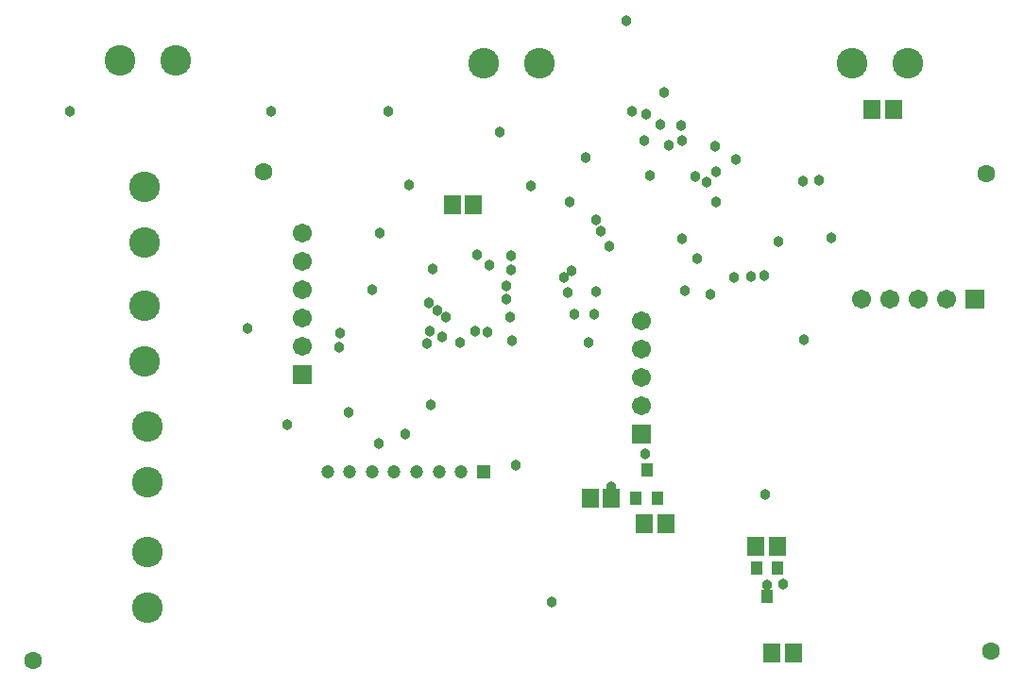
<source format=gbs>
%FSLAX25Y25*%
%MOIN*%
G70*
G01*
G75*
G04 Layer_Color=16711935*
%ADD10R,0.05906X0.03937*%
%ADD11R,0.03937X0.05906*%
%ADD12R,0.01181X0.06890*%
%ADD13R,0.06890X0.01181*%
%ADD14R,0.03937X0.05906*%
%ADD15R,0.05906X0.05118*%
%ADD16R,0.05118X0.05906*%
%ADD17R,0.02362X0.05709*%
%ADD18C,0.00700*%
%ADD19C,0.03000*%
%ADD20C,0.02000*%
%ADD21C,0.01000*%
%ADD22C,0.05512*%
%ADD23C,0.10000*%
%ADD24R,0.03937X0.03937*%
%ADD25C,0.03937*%
%ADD26C,0.05906*%
%ADD27R,0.05906X0.05906*%
%ADD28R,0.05906X0.05906*%
%ADD29C,0.03000*%
%ADD30R,0.03543X0.03740*%
%ADD31R,0.03543X0.03740*%
%ADD32C,0.02362*%
%ADD33C,0.00984*%
%ADD34C,0.00787*%
%ADD35C,0.00500*%
%ADD36R,0.06706X0.04737*%
%ADD37R,0.04737X0.06706*%
%ADD38R,0.01981X0.07690*%
%ADD39R,0.07690X0.01981*%
%ADD40R,0.04737X0.06706*%
%ADD41R,0.06706X0.05918*%
%ADD42R,0.05918X0.06706*%
%ADD43R,0.03162X0.06509*%
%ADD44C,0.06312*%
%ADD45C,0.10800*%
%ADD46R,0.04737X0.04737*%
%ADD47C,0.04737*%
%ADD48C,0.06706*%
%ADD49R,0.06706X0.06706*%
%ADD50R,0.06706X0.06706*%
%ADD51C,0.03800*%
%ADD52R,0.04343X0.04540*%
%ADD53R,0.04343X0.04540*%
D42*
X207332Y67663D02*
D03*
X214813D02*
D03*
X226602Y58449D02*
D03*
X234082D02*
D03*
X271618Y12766D02*
D03*
X279098D02*
D03*
X273389Y50640D02*
D03*
X265909D02*
D03*
X314369Y204999D02*
D03*
X306889D02*
D03*
X158668Y171274D02*
D03*
X166148D02*
D03*
D44*
X92018Y182923D02*
D03*
X10917Y10161D02*
D03*
X348838Y13540D02*
D03*
X347149Y182079D02*
D03*
D45*
X50104Y157949D02*
D03*
Y177635D02*
D03*
Y116017D02*
D03*
Y135702D02*
D03*
X51304Y93013D02*
D03*
Y73328D02*
D03*
Y48643D02*
D03*
Y28958D02*
D03*
X41326Y222269D02*
D03*
X61011D02*
D03*
X189531Y221069D02*
D03*
X169846D02*
D03*
X319598D02*
D03*
X299913D02*
D03*
D46*
X169804Y77061D02*
D03*
D47*
X161930D02*
D03*
X154056D02*
D03*
X146182D02*
D03*
X138308D02*
D03*
X130434D02*
D03*
X122560D02*
D03*
X114686D02*
D03*
D48*
X105744Y161115D02*
D03*
Y151114D02*
D03*
Y141114D02*
D03*
Y131114D02*
D03*
Y121115D02*
D03*
X303000Y138000D02*
D03*
X313000D02*
D03*
X323000D02*
D03*
X333000D02*
D03*
X225599Y130201D02*
D03*
Y120201D02*
D03*
Y110201D02*
D03*
Y100201D02*
D03*
D49*
X105744Y111115D02*
D03*
X225599Y90201D02*
D03*
D50*
X343000Y138000D02*
D03*
D51*
X179049Y131438D02*
D03*
X166694Y126593D02*
D03*
X171231Y126078D02*
D03*
X151691Y148583D02*
D03*
X86464Y127452D02*
D03*
X132686Y86915D02*
D03*
X171685Y149855D02*
D03*
X282946Y123574D02*
D03*
X279276Y12656D02*
D03*
X264024Y145843D02*
D03*
X181311Y79379D02*
D03*
X179707Y123310D02*
D03*
X149697Y122269D02*
D03*
X155133Y124401D02*
D03*
X141988Y90115D02*
D03*
X122118Y97962D02*
D03*
X150827Y126708D02*
D03*
X151037Y100605D02*
D03*
X161627Y122446D02*
D03*
X118878Y120897D02*
D03*
X119157Y125984D02*
D03*
X156601Y131545D02*
D03*
X153332Y134037D02*
D03*
X100494Y93513D02*
D03*
X150445Y136562D02*
D03*
X130326Y141320D02*
D03*
X179435Y153315D02*
D03*
X179400Y148306D02*
D03*
X167588Y153449D02*
D03*
X133116Y161115D02*
D03*
X214813Y71468D02*
D03*
X226902Y83337D02*
D03*
X177684Y138025D02*
D03*
X177700Y142600D02*
D03*
X275321Y37200D02*
D03*
X269723Y36846D02*
D03*
X269015Y68784D02*
D03*
X228649Y181483D02*
D03*
X244484Y181067D02*
D03*
X205902Y187938D02*
D03*
X273928Y158134D02*
D03*
X282474Y179610D02*
D03*
X268780Y146138D02*
D03*
X258140Y145547D02*
D03*
X201708Y132550D02*
D03*
X199355Y140325D02*
D03*
X198179Y145453D02*
D03*
X200860Y148004D02*
D03*
X206817Y122435D02*
D03*
X208882Y132550D02*
D03*
X209495Y140493D02*
D03*
X249949Y139542D02*
D03*
X240773Y140811D02*
D03*
X258827Y187156D02*
D03*
X251804Y172342D02*
D03*
X251676Y183049D02*
D03*
X251511Y192060D02*
D03*
X235209Y192255D02*
D03*
X248556Y179394D02*
D03*
X143348Y178077D02*
D03*
X292427Y159576D02*
D03*
X214042Y156666D02*
D03*
X186363Y178056D02*
D03*
X288021Y179729D02*
D03*
X23946Y204217D02*
D03*
X222139D02*
D03*
X135990Y204108D02*
D03*
X94748Y204217D02*
D03*
X193955Y31040D02*
D03*
X239930Y193877D02*
D03*
X220017Y236076D02*
D03*
X226333Y194041D02*
D03*
X232196Y199640D02*
D03*
X239590Y199390D02*
D03*
X233505Y210740D02*
D03*
X239732Y159352D02*
D03*
X245026Y152064D02*
D03*
X227098Y203230D02*
D03*
X211058Y161956D02*
D03*
X209451Y165762D02*
D03*
X200023Y172118D02*
D03*
X175540Y196811D02*
D03*
X166179Y171247D02*
D03*
D52*
X227389Y77469D02*
D03*
X231129Y67627D02*
D03*
X269817Y33038D02*
D03*
X266077Y42881D02*
D03*
D53*
X223648Y67627D02*
D03*
X273557Y42881D02*
D03*
M02*

</source>
